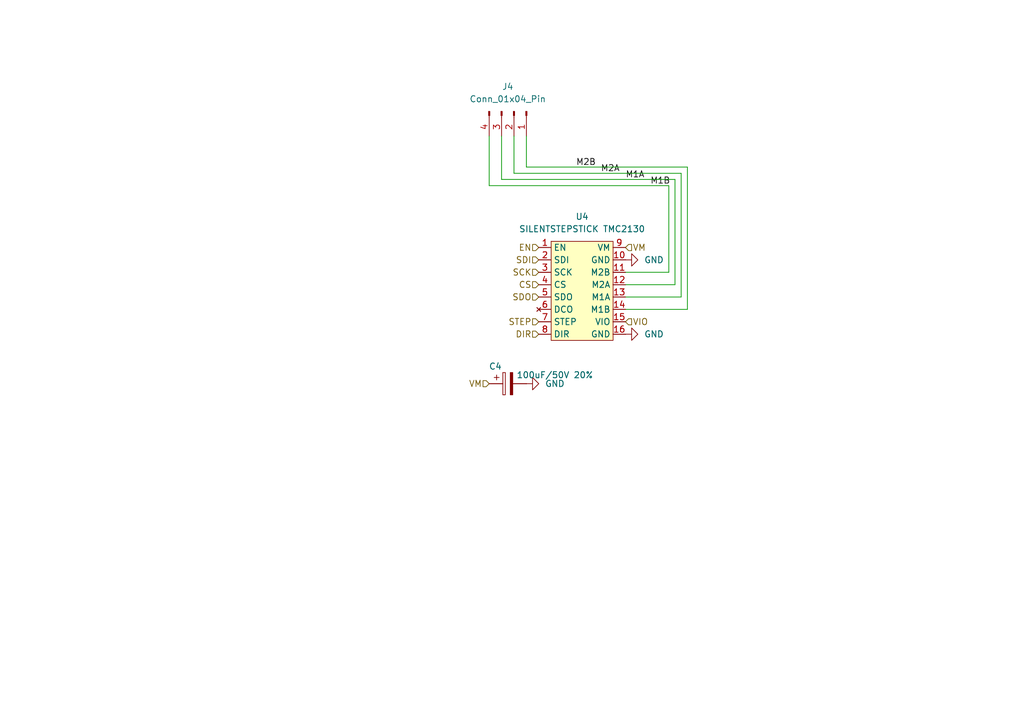
<source format=kicad_sch>
(kicad_sch (version 20250114) (generator "eeschema") (generator_version "9.0")
  (paper "A5")
  (lib_symbols
    (symbol "Connector:Conn_01x04_Pin" (pin_names (offset 1.016) (hide yes))
      (property "Reference" "J" (at 0 5.08 0))
      (property "Value" "Conn_01x04_Pin" (at 0 -7.62 0))
      (symbol "Conn_01x04_Pin_1_1"
        (rectangle (start 0.8636 2.667) (end 0 2.413) (stroke (width 0.1524)) (fill (type outline)))
        (rectangle (start 0.8636 0.127) (end 0 -0.127) (stroke (width 0.1524)) (fill (type outline)))
        (rectangle (start 0.8636 -2.413) (end 0 -2.667) (stroke (width 0.1524)) (fill (type outline)))
        (rectangle (start 0.8636 -4.953) (end 0 -5.207) (stroke (width 0.1524)) (fill (type outline)))
        (polyline (pts (xy 1.27 2.54) (xy 0.8636 2.54)) (stroke (width 0.1524)))
        (polyline (pts (xy 1.27 0) (xy 0.8636 0)) (stroke (width 0.1524)))
        (polyline (pts (xy 1.27 -2.54) (xy 0.8636 -2.54)) (stroke (width 0.1524)))
        (polyline (pts (xy 1.27 -5.08) (xy 0.8636 -5.08)) (stroke (width 0.1524)))
        (pin passive line (at 5.08 2.54 180) (length 3.81) (name "Pin_1") (number "1"))
        (pin passive line (at 5.08 0 180) (length 3.81) (name "Pin_2") (number "2"))
        (pin passive line (at 5.08 -2.54 180) (length 3.81) (name "Pin_3") (number "3"))
        (pin passive line (at 5.08 -5.08 180) (length 3.81) (name "Pin_4") (number "4"))
      )
    )
    (symbol "Custom Symbols:SILENTSTEPSTICK"
      (property "Reference" "U" (at 0 24.384 0))
      (property "Value" "SILENTSTEPSTICK 2130" (at 0.508 22.352 0))
      (symbol "SILENTSTEPSTICK_0_0"
        (pin input line (at -8.89 19.05 0) (length 2.54) (name "EN") (number "1"))
        (pin input line (at -8.89 16.51 0) (length 2.54) (name "SDI") (number "2"))
        (pin input line (at -8.89 13.97 0) (length 2.54) (name "SCK") (number "3"))
        (pin input line (at -8.89 11.43 0) (length 2.54) (name "CS") (number "4"))
        (pin output line (at -8.89 8.89 0) (length 2.54) (name "SDO") (number "5"))
        (pin no_connect line (at -8.89 6.35 0) (length 2.54) (name "DCO") (number "6"))
        (pin input line (at -8.89 3.81 0) (length 2.54) (name "STEP") (number "7"))
        (pin input line (at -8.89 1.27 0) (length 2.54) (name "DIR") (number "8"))
        (pin power_in line (at 8.89 19.05 180) (length 2.54) (name "VM") (number "9"))
        (pin input line (at 8.89 16.51 180) (length 2.54) (name "GND") (number "10"))
        (pin output line (at 8.89 13.97 180) (length 2.54) (name "M2B") (number "11"))
        (pin output line (at 8.89 11.43 180) (length 2.54) (name "M2A") (number "12"))
        (pin output line (at 8.89 8.89 180) (length 2.54) (name "M1A") (number "13"))
        (pin output line (at 8.89 6.35 180) (length 2.54) (name "M1B") (number "14"))
        (pin power_in line (at 8.89 3.81 180) (length 2.54) (name "VIO") (number "15"))
        (pin input line (at 8.89 1.27 180) (length 2.54) (name "GND") (number "16"))
      )
      (symbol "SILENTSTEPSTICK_1_1"
        (rectangle (start -6.35 20.32) (end 6.35 0) (fill (type background)))
      )
    )
    (symbol "Device:C_Polarized" (pin_numbers (hide yes)) (pin_names (offset 0.254))
      (property "Reference" "C" (at 0.635 2.54 0))
      (property "Value" "C_Polarized" (at 0.635 -2.54 0))
      (symbol "C_Polarized_0_1"
        (rectangle (start -2.286 0.508) (end 2.286 1.016))
        (polyline (pts (xy -1.778 2.286) (xy -0.762 2.286)))
        (polyline (pts (xy -1.27 2.794) (xy -1.27 1.778)))
        (rectangle (start 2.286 -0.508) (end -2.286 -1.016) (fill (type outline)))
      )
      (symbol "C_Polarized_1_1"
        (pin passive line (at 0 3.81 270) (length 2.794) (name "~") (number "1"))
        (pin passive line (at 0 -3.81 90) (length 2.794) (name "~") (number "2"))
      )
    )
    (symbol "power:GND" (power) (pin_numbers (hide yes)) (pin_names (offset 0) (hide yes))
      (property "Value" "GND" (at 0 -3.81 0))
      (symbol "GND_0_1"
        (polyline (pts (xy 0 0) (xy 0 -1.27) (xy 1.27 -1.27) (xy 0 -2.54) (xy -1.27 -1.27) (xy 0 -1.27)))
      )
      (symbol "GND_1_1"
        (pin power_in line (at 0 0 270) (length 0) (name "~") (number "1"))
      )
    )
  )
  (wire (pts (xy 105.41 35.56) (xy 105.41 27.94)))
  (wire (pts (xy 137.16 55.88) (xy 137.16 38.1)))
  (wire (pts (xy 128.27 60.96) (xy 139.7 60.96)))
  (wire (pts (xy 107.95 34.29) (xy 140.97 34.29)))
  (wire (pts (xy 128.27 58.42) (xy 138.43 58.42)))
  (wire (pts (xy 102.87 36.83) (xy 138.43 36.83)))
  (wire (pts (xy 102.87 36.83) (xy 102.87 27.94)))
  (wire (pts (xy 138.43 58.42) (xy 138.43 36.83)))
  (wire (pts (xy 140.97 63.5) (xy 140.97 34.29)))
  (wire (pts (xy 128.27 55.88) (xy 137.16 55.88)))
  (wire (pts (xy 100.33 38.1) (xy 100.33 27.94)))
  (wire (pts (xy 139.7 60.96) (xy 139.7 35.56)))
  (wire (pts (xy 137.16 38.1) (xy 100.33 38.1)))
  (wire (pts (xy 105.41 35.56) (xy 139.7 35.56)))
  (wire (pts (xy 107.95 34.29) (xy 107.95 27.94)))
  (wire (pts (xy 128.27 63.5) (xy 140.97 63.5)))
  (label "M2A" (at 123.19 35.56 0))
  (label "M1A" (at 128.27 36.83 0))
  (label "M2B" (at 118.11 34.29 0))
  (label "M1B" (at 133.35 38.1 0))
  (hierarchical_label "SCK" (shape input) (at 110.49 55.88 180))
  (hierarchical_label "SDI" (shape input) (at 110.49 53.34 180))
  (hierarchical_label "EN" (shape input) (at 110.49 50.8 180))
  (hierarchical_label "DIR" (shape input) (at 110.49 68.58 180))
  (hierarchical_label "VIO" (shape input) (at 128.27 66.04 0))
  (hierarchical_label "VM" (shape input) (at 100.33 78.74 180))
  (hierarchical_label "CS" (shape input) (at 110.49 58.42 180))
  (hierarchical_label "VM" (shape input) (at 128.27 50.8 0))
  (hierarchical_label "SDO" (shape input) (at 110.49 60.96 180))
  (hierarchical_label "STEP" (shape input) (at 110.49 66.04 180))
  (symbol (lib_id "Device:C_Polarized") (at 104.14 78.74 90) (mirror x) (unit 1)
    (property "Reference" "C2" (at 101.6 75.184 90))
    (property "Value" "100uF/50V 20%" (at 113.792 76.962 90))
    (property "Footprint" "Capacitor_THT:CP_Radial_D8.0mm_P3.50mm" (effects (hide yes)))
    (property "Description" "Polarized capacitor" (effects (hide yes)))
    (instances (project "Driver Carrier v1" (path "" (reference "C4") (unit 1)) (path "" (reference "C1") (unit 1)) (path "" (reference "C6") (unit 1)) (path "" (reference "C3") (unit 1)) (path "" (reference "C2") (unit 1)) (path "" (reference "C5") (unit 1))))
  )
  (symbol (lib_id "power:GND") (at 128.27 53.34 90) (mirror x) (unit 1)
    (property "Reference" "#PWR035" (effects (hide yes)))
    (property "Value" "GND" (at 132.08 53.3401 90) (effects (justify right)))
    (property "Description" "Power symbol creates a global label with name \"GND\" , ground" (effects (hide yes)))
    (instances (project "Driver Carrier v1" (path "" (reference "#PWR040") (unit 1)) (path "" (reference "#PWR030") (unit 1)) (path "" (reference "#PWR055") (unit 1)) (path "" (reference "#PWR050") (unit 1)) (path "" (reference "#PWR035") (unit 1)) (path "" (reference "#PWR045") (unit 1))))
  )
  (symbol (lib_id "Connector:Conn_01x04_Pin") (at 105.41 22.86 270) (unit 1)
    (property "Reference" "J2" (at 104.14 17.78 90))
    (property "Value" "Conn_01x04_Pin" (at 104.14 20.32 90))
    (property "Footprint" "Connector_PinHeader_2.54mm:PinHeader_1x04_P2.54mm_Vertical" (effects (hide yes)))
    (property "Description" "Generic connector, single row, 01x04, script generated" (effects (hide yes)))
    (instances (project "Driver Carrier v1" (path "" (reference "J4") (unit 1)) (path "" (reference "J1") (unit 1)) (path "" (reference "J6") (unit 1)) (path "" (reference "J3") (unit 1)) (path "" (reference "J2") (unit 1)) (path "" (reference "J5") (unit 1))))
  )
  (symbol (lib_id "power:GND") (at 128.27 68.58 90) (mirror x) (unit 1)
    (property "Reference" "#PWR036" (effects (hide yes)))
    (property "Value" "GND" (at 132.08 68.5801 90) (effects (justify right)))
    (property "Description" "Power symbol creates a global label with name \"GND\" , ground" (effects (hide yes)))
    (instances (project "Driver Carrier v1" (path "" (reference "#PWR041") (unit 1)) (path "" (reference "#PWR031") (unit 1)) (path "" (reference "#PWR056") (unit 1)) (path "" (reference "#PWR051") (unit 1)) (path "" (reference "#PWR036") (unit 1)) (path "" (reference "#PWR046") (unit 1))))
  )
  (symbol (lib_id "power:GND") (at 107.95 78.74 90) (unit 1)
    (property "Reference" "#PWR034" (effects (hide yes)))
    (property "Value" "GND" (at 111.76 78.7399 90) (effects (justify right)))
    (property "Description" "Power symbol creates a global label with name \"GND\" , ground" (effects (hide yes)))
    (instances (project "Driver Carrier v1" (path "" (reference "#PWR039") (unit 1)) (path "" (reference "#PWR029") (unit 1)) (path "" (reference "#PWR054") (unit 1)) (path "" (reference "#PWR049") (unit 1)) (path "" (reference "#PWR034") (unit 1)) (path "" (reference "#PWR044") (unit 1))))
  )
  (symbol (lib_id "Custom Symbols:SILENTSTEPSTICK") (at 119.38 69.85 0) (unit 1)
    (property "Reference" "U2" (at 119.38 44.45 0))
    (property "Value" "SILENTSTEPSTICK TMC2130" (at 119.38 46.99 0))
    (property "Footprint" "Custom_Footprints:SILENTSTEPSTICK TMC2130" (effects (hide yes)))
    (property "Description" "TMC2130" (effects (hide yes)))
    (property "Digikey Link" "https://www.digikey.ch/en/products/detail/analog-devices-inc-maxim-integrated/TMCSILENTSTEPSTICK-SPI/6572861?s=N4IgTCBcDaIKwAY4FoAqBZAwgZQJIBkBRAOVW1UIAVzdMBpbS3ZYgERAF0BfIA" (effects (hide yes)))
    (property "Digikey PartN" "TMCSILENTSTEPSTICK SPI" (effects (hide yes)))
    (instances (project "Driver Carrier v1" (path "" (reference "U4") (unit 1)) (path "" (reference "U1") (unit 1)) (path "" (reference "U6") (unit 1)) (path "" (reference "U3") (unit 1)) (path "" (reference "U2") (unit 1)) (path "" (reference "U5") (unit 1))))
  )
)
</source>
